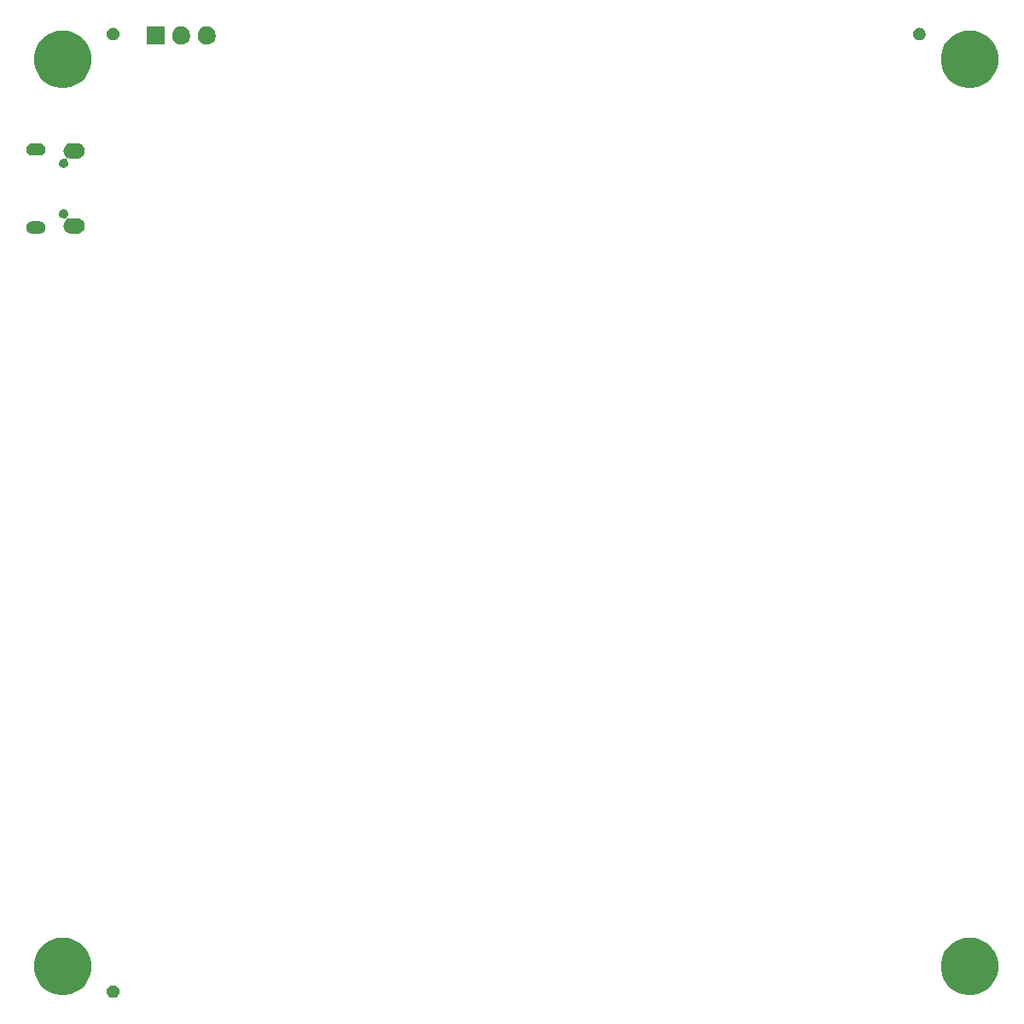
<source format=gbr>
G04 #@! TF.GenerationSoftware,KiCad,Pcbnew,5.1.5+dfsg1-2build2*
G04 #@! TF.CreationDate,2021-01-24T21:22:00+01:00*
G04 #@! TF.ProjectId,Logic_panel_v1_1,4c6f6769-635f-4706-916e-656c5f76315f,rev?*
G04 #@! TF.SameCoordinates,Original*
G04 #@! TF.FileFunction,Soldermask,Bot*
G04 #@! TF.FilePolarity,Negative*
%FSLAX46Y46*%
G04 Gerber Fmt 4.6, Leading zero omitted, Abs format (unit mm)*
G04 Created by KiCad (PCBNEW 5.1.5+dfsg1-2build2) date 2021-01-24 21:22:00*
%MOMM*%
%LPD*%
G04 APERTURE LIST*
%ADD10C,0.350000*%
G04 APERTURE END LIST*
D10*
G36*
X60121322Y-146886049D02*
G01*
X60181889Y-146898096D01*
X60238942Y-146921728D01*
X60295997Y-146945361D01*
X60398687Y-147013976D01*
X60486025Y-147101314D01*
X60554640Y-147204004D01*
X60601905Y-147318113D01*
X60626000Y-147439246D01*
X60626000Y-147562756D01*
X60601905Y-147683889D01*
X60554640Y-147797998D01*
X60486025Y-147900688D01*
X60398687Y-147988026D01*
X60295997Y-148056641D01*
X60238942Y-148080274D01*
X60181889Y-148103906D01*
X60121322Y-148115953D01*
X60060755Y-148128001D01*
X59937245Y-148128001D01*
X59876678Y-148115953D01*
X59816111Y-148103906D01*
X59759058Y-148080274D01*
X59702003Y-148056641D01*
X59599313Y-147988026D01*
X59511975Y-147900688D01*
X59443360Y-147797998D01*
X59396095Y-147683889D01*
X59372000Y-147562756D01*
X59372000Y-147439246D01*
X59396095Y-147318113D01*
X59443360Y-147204004D01*
X59511975Y-147101314D01*
X59599313Y-147013976D01*
X59702003Y-146945361D01*
X59759058Y-146921728D01*
X59816111Y-146898096D01*
X59876678Y-146886049D01*
X59937245Y-146874001D01*
X60060755Y-146874001D01*
X60121322Y-146886049D01*
G37*
G36*
X145556203Y-142203782D02*
G01*
X145831607Y-142258563D01*
X146350456Y-142473477D01*
X146817408Y-142785485D01*
X147214517Y-143182594D01*
X147526525Y-143649546D01*
X147741439Y-144168395D01*
X147851001Y-144719202D01*
X147851001Y-145280800D01*
X147741439Y-145831607D01*
X147526525Y-146350456D01*
X147214517Y-146817408D01*
X146817408Y-147214517D01*
X146350456Y-147526525D01*
X145831607Y-147741439D01*
X145556203Y-147796220D01*
X145280801Y-147851001D01*
X144719201Y-147851001D01*
X144443799Y-147796220D01*
X144168395Y-147741439D01*
X143649546Y-147526525D01*
X143182594Y-147214517D01*
X142785485Y-146817408D01*
X142473477Y-146350456D01*
X142258563Y-145831607D01*
X142149001Y-145280800D01*
X142149001Y-144719202D01*
X142258563Y-144168395D01*
X142473477Y-143649546D01*
X142785485Y-143182594D01*
X143182594Y-142785485D01*
X143649546Y-142473477D01*
X144168395Y-142258563D01*
X144443799Y-142203782D01*
X144719201Y-142149001D01*
X145280801Y-142149001D01*
X145556203Y-142203782D01*
G37*
G36*
X55556203Y-142203782D02*
G01*
X55831607Y-142258563D01*
X56350456Y-142473477D01*
X56817408Y-142785485D01*
X57214517Y-143182594D01*
X57526525Y-143649546D01*
X57741439Y-144168395D01*
X57851001Y-144719202D01*
X57851001Y-145280800D01*
X57741439Y-145831607D01*
X57526525Y-146350456D01*
X57214517Y-146817408D01*
X56817408Y-147214517D01*
X56350456Y-147526525D01*
X55831607Y-147741439D01*
X55556203Y-147796220D01*
X55280801Y-147851001D01*
X54719201Y-147851001D01*
X54443799Y-147796220D01*
X54168395Y-147741439D01*
X53649546Y-147526525D01*
X53182594Y-147214517D01*
X52785485Y-146817408D01*
X52473477Y-146350456D01*
X52258563Y-145831607D01*
X52149001Y-145280800D01*
X52149001Y-144719202D01*
X52258563Y-144168395D01*
X52473477Y-143649546D01*
X52785485Y-143182594D01*
X53182594Y-142785485D01*
X53649546Y-142473477D01*
X54168395Y-142258563D01*
X54443799Y-142203782D01*
X54719201Y-142149001D01*
X55280801Y-142149001D01*
X55556203Y-142203782D01*
G37*
G36*
X55221553Y-69886332D02*
G01*
X55303628Y-69920329D01*
X55303630Y-69920330D01*
X55340814Y-69945176D01*
X55377496Y-69969686D01*
X55440316Y-70032506D01*
X55489673Y-70106374D01*
X55523670Y-70188449D01*
X55541001Y-70275580D01*
X55541001Y-70364422D01*
X55523670Y-70451553D01*
X55489673Y-70533628D01*
X55440316Y-70607496D01*
X55424763Y-70623049D01*
X55409218Y-70641991D01*
X55397667Y-70663602D01*
X55390554Y-70687051D01*
X55388152Y-70711437D01*
X55390554Y-70735823D01*
X55397667Y-70759272D01*
X55409218Y-70780883D01*
X55424763Y-70799825D01*
X55443705Y-70815370D01*
X55465316Y-70826921D01*
X55488765Y-70834034D01*
X55513151Y-70836436D01*
X55537537Y-70834034D01*
X55560986Y-70826921D01*
X55564615Y-70825205D01*
X55566601Y-70824603D01*
X55566602Y-70824602D01*
X55610902Y-70811164D01*
X55712880Y-70780229D01*
X55826883Y-70769001D01*
X56453119Y-70769001D01*
X56567122Y-70780229D01*
X56713403Y-70824603D01*
X56848205Y-70896656D01*
X56848208Y-70896658D01*
X56848209Y-70896659D01*
X56933569Y-70966713D01*
X56966370Y-70993632D01*
X57063346Y-71111797D01*
X57135399Y-71246599D01*
X57179773Y-71392880D01*
X57194755Y-71545001D01*
X57179773Y-71697122D01*
X57135399Y-71843403D01*
X57063346Y-71978205D01*
X57063344Y-71978208D01*
X57063343Y-71978209D01*
X56966370Y-72096370D01*
X56848205Y-72193346D01*
X56713403Y-72265399D01*
X56567122Y-72309773D01*
X56453119Y-72321001D01*
X55826883Y-72321001D01*
X55712880Y-72309773D01*
X55566599Y-72265399D01*
X55431797Y-72193346D01*
X55313632Y-72096370D01*
X55216659Y-71978209D01*
X55216658Y-71978208D01*
X55216656Y-71978205D01*
X55144603Y-71843403D01*
X55100229Y-71697122D01*
X55085247Y-71545001D01*
X55100229Y-71392880D01*
X55144603Y-71246599D01*
X55216656Y-71111797D01*
X55313634Y-70993629D01*
X55346431Y-70966713D01*
X55363758Y-70949386D01*
X55377371Y-70929012D01*
X55386749Y-70906373D01*
X55391529Y-70882340D01*
X55391529Y-70857836D01*
X55386749Y-70833802D01*
X55377371Y-70811164D01*
X55363757Y-70790789D01*
X55346430Y-70773462D01*
X55326056Y-70759849D01*
X55303417Y-70750471D01*
X55279384Y-70745691D01*
X55254880Y-70745691D01*
X55230846Y-70750471D01*
X55222352Y-70753511D01*
X55134422Y-70771001D01*
X55045580Y-70771001D01*
X54958449Y-70753670D01*
X54876374Y-70719673D01*
X54876373Y-70719673D01*
X54876372Y-70719672D01*
X54802505Y-70670315D01*
X54739687Y-70607497D01*
X54690330Y-70533630D01*
X54690329Y-70533628D01*
X54656332Y-70451553D01*
X54639001Y-70364422D01*
X54639001Y-70275580D01*
X54656332Y-70188449D01*
X54690329Y-70106374D01*
X54739686Y-70032506D01*
X54802506Y-69969686D01*
X54839188Y-69945176D01*
X54876372Y-69920330D01*
X54876374Y-69920329D01*
X54958449Y-69886332D01*
X55045580Y-69869001D01*
X55134422Y-69869001D01*
X55221553Y-69886332D01*
G37*
G36*
X52787716Y-71078059D02*
G01*
X52883754Y-71107192D01*
X52898936Y-71111797D01*
X52905723Y-71113856D01*
X53014469Y-71171982D01*
X53109791Y-71250211D01*
X53188020Y-71345533D01*
X53246146Y-71454279D01*
X53281943Y-71572286D01*
X53294029Y-71695001D01*
X53281943Y-71817716D01*
X53246146Y-71935723D01*
X53188020Y-72044469D01*
X53109791Y-72139791D01*
X53014469Y-72218020D01*
X52905723Y-72276146D01*
X52787716Y-72311943D01*
X52695747Y-72321001D01*
X51984255Y-72321001D01*
X51892286Y-72311943D01*
X51774279Y-72276146D01*
X51665533Y-72218020D01*
X51570211Y-72139791D01*
X51491982Y-72044469D01*
X51433856Y-71935723D01*
X51398059Y-71817716D01*
X51385973Y-71695001D01*
X51398059Y-71572286D01*
X51433856Y-71454279D01*
X51491982Y-71345533D01*
X51570211Y-71250211D01*
X51665533Y-71171982D01*
X51774279Y-71113856D01*
X51781067Y-71111797D01*
X51796248Y-71107192D01*
X51892286Y-71078059D01*
X51984255Y-71069001D01*
X52695747Y-71069001D01*
X52787716Y-71078059D01*
G37*
G36*
X56567122Y-63330229D02*
G01*
X56713403Y-63374603D01*
X56848205Y-63446656D01*
X56848208Y-63446658D01*
X56848209Y-63446659D01*
X56966370Y-63543632D01*
X57008964Y-63595532D01*
X57063346Y-63661797D01*
X57135399Y-63796599D01*
X57179773Y-63942880D01*
X57194755Y-64095001D01*
X57179773Y-64247122D01*
X57135399Y-64393403D01*
X57063346Y-64528205D01*
X57063344Y-64528208D01*
X57063343Y-64528209D01*
X56966370Y-64646370D01*
X56874117Y-64722081D01*
X56848205Y-64743346D01*
X56713403Y-64815399D01*
X56567122Y-64859773D01*
X56453119Y-64871001D01*
X55826883Y-64871001D01*
X55712880Y-64859773D01*
X55560665Y-64813599D01*
X55549440Y-64808949D01*
X55525406Y-64804168D01*
X55500902Y-64804168D01*
X55476869Y-64808947D01*
X55454230Y-64818324D01*
X55433855Y-64831937D01*
X55416528Y-64849264D01*
X55402913Y-64869638D01*
X55393535Y-64892276D01*
X55388754Y-64916310D01*
X55388754Y-64940814D01*
X55393533Y-64964847D01*
X55402910Y-64987486D01*
X55416523Y-65007861D01*
X55424763Y-65016953D01*
X55440316Y-65032506D01*
X55489673Y-65106374D01*
X55523670Y-65188449D01*
X55541001Y-65275580D01*
X55541001Y-65364422D01*
X55523670Y-65451553D01*
X55489673Y-65533628D01*
X55489672Y-65533630D01*
X55440315Y-65607497D01*
X55377497Y-65670315D01*
X55303630Y-65719672D01*
X55303629Y-65719673D01*
X55303628Y-65719673D01*
X55221553Y-65753670D01*
X55134422Y-65771001D01*
X55045580Y-65771001D01*
X54958449Y-65753670D01*
X54876374Y-65719673D01*
X54876373Y-65719673D01*
X54876372Y-65719672D01*
X54802505Y-65670315D01*
X54739687Y-65607497D01*
X54690330Y-65533630D01*
X54690329Y-65533628D01*
X54656332Y-65451553D01*
X54639001Y-65364422D01*
X54639001Y-65275580D01*
X54656332Y-65188449D01*
X54690329Y-65106374D01*
X54739686Y-65032506D01*
X54802506Y-64969686D01*
X54845716Y-64940814D01*
X54876372Y-64920330D01*
X54886077Y-64916310D01*
X54958449Y-64886332D01*
X55045580Y-64869001D01*
X55134422Y-64869001D01*
X55223947Y-64886808D01*
X55242744Y-64892511D01*
X55267130Y-64894913D01*
X55291516Y-64892512D01*
X55314965Y-64885399D01*
X55336576Y-64873848D01*
X55355518Y-64858303D01*
X55371064Y-64839362D01*
X55382615Y-64817751D01*
X55389729Y-64794302D01*
X55392131Y-64769916D01*
X55389730Y-64745530D01*
X55382617Y-64722081D01*
X55371066Y-64700470D01*
X55355521Y-64681528D01*
X55346431Y-64673289D01*
X55313634Y-64646373D01*
X55216656Y-64528205D01*
X55144603Y-64393403D01*
X55100229Y-64247122D01*
X55085247Y-64095001D01*
X55100229Y-63942880D01*
X55144603Y-63796599D01*
X55216656Y-63661797D01*
X55271039Y-63595532D01*
X55313632Y-63543632D01*
X55431793Y-63446659D01*
X55431794Y-63446658D01*
X55431797Y-63446656D01*
X55566599Y-63374603D01*
X55712880Y-63330229D01*
X55826883Y-63319001D01*
X56453119Y-63319001D01*
X56567122Y-63330229D01*
G37*
G36*
X52787716Y-63328059D02*
G01*
X52905723Y-63363856D01*
X53014469Y-63421982D01*
X53109791Y-63500211D01*
X53188020Y-63595533D01*
X53246146Y-63704279D01*
X53281943Y-63822286D01*
X53294029Y-63945001D01*
X53281943Y-64067716D01*
X53246146Y-64185723D01*
X53188020Y-64294469D01*
X53109791Y-64389791D01*
X53014469Y-64468020D01*
X52905723Y-64526146D01*
X52905720Y-64526147D01*
X52898922Y-64528209D01*
X52787716Y-64561943D01*
X52695747Y-64571001D01*
X51984255Y-64571001D01*
X51892286Y-64561943D01*
X51781080Y-64528209D01*
X51774282Y-64526147D01*
X51774279Y-64526146D01*
X51665533Y-64468020D01*
X51570211Y-64389791D01*
X51491982Y-64294469D01*
X51433856Y-64185723D01*
X51398059Y-64067716D01*
X51385973Y-63945001D01*
X51398059Y-63822286D01*
X51433856Y-63704279D01*
X51491982Y-63595533D01*
X51570211Y-63500211D01*
X51665533Y-63421982D01*
X51774279Y-63363856D01*
X51892286Y-63328059D01*
X51984255Y-63319001D01*
X52695747Y-63319001D01*
X52787716Y-63328059D01*
G37*
G36*
X55547260Y-52202003D02*
G01*
X55831607Y-52258563D01*
X56350456Y-52473477D01*
X56662364Y-52681888D01*
X56817407Y-52785484D01*
X57214518Y-53182595D01*
X57235739Y-53214355D01*
X57526525Y-53649546D01*
X57741439Y-54168395D01*
X57851001Y-54719202D01*
X57851001Y-55280800D01*
X57741439Y-55831607D01*
X57526525Y-56350456D01*
X57214517Y-56817408D01*
X56817408Y-57214517D01*
X56350456Y-57526525D01*
X55831607Y-57741439D01*
X55556203Y-57796220D01*
X55280801Y-57851001D01*
X54719201Y-57851001D01*
X54443799Y-57796220D01*
X54168395Y-57741439D01*
X53649546Y-57526525D01*
X53182594Y-57214517D01*
X52785485Y-56817408D01*
X52473477Y-56350456D01*
X52258563Y-55831607D01*
X52149001Y-55280800D01*
X52149001Y-54719202D01*
X52258563Y-54168395D01*
X52473477Y-53649546D01*
X52764263Y-53214355D01*
X52785484Y-53182595D01*
X53182595Y-52785484D01*
X53337638Y-52681888D01*
X53649546Y-52473477D01*
X54168395Y-52258563D01*
X54452742Y-52202003D01*
X54719201Y-52149001D01*
X55280801Y-52149001D01*
X55547260Y-52202003D01*
G37*
G36*
X145547260Y-52202003D02*
G01*
X145831607Y-52258563D01*
X146350456Y-52473477D01*
X146662364Y-52681888D01*
X146817407Y-52785484D01*
X147214518Y-53182595D01*
X147235739Y-53214355D01*
X147526525Y-53649546D01*
X147741439Y-54168395D01*
X147851001Y-54719202D01*
X147851001Y-55280800D01*
X147741439Y-55831607D01*
X147526525Y-56350456D01*
X147214517Y-56817408D01*
X146817408Y-57214517D01*
X146350456Y-57526525D01*
X145831607Y-57741439D01*
X145556203Y-57796220D01*
X145280801Y-57851001D01*
X144719201Y-57851001D01*
X144443799Y-57796220D01*
X144168395Y-57741439D01*
X143649546Y-57526525D01*
X143182594Y-57214517D01*
X142785485Y-56817408D01*
X142473477Y-56350456D01*
X142258563Y-55831607D01*
X142149001Y-55280800D01*
X142149001Y-54719202D01*
X142258563Y-54168395D01*
X142473477Y-53649546D01*
X142764263Y-53214355D01*
X142785484Y-53182595D01*
X143182595Y-52785484D01*
X143337638Y-52681888D01*
X143649546Y-52473477D01*
X144168395Y-52258563D01*
X144452742Y-52202003D01*
X144719201Y-52149001D01*
X145280801Y-52149001D01*
X145547260Y-52202003D01*
G37*
G36*
X65121001Y-53541001D02*
G01*
X63319001Y-53541001D01*
X63319001Y-51739001D01*
X65121001Y-51739001D01*
X65121001Y-53541001D01*
G37*
G36*
X66873513Y-51743928D02*
G01*
X67022813Y-51773625D01*
X67186785Y-51841545D01*
X67334355Y-51940148D01*
X67459854Y-52065647D01*
X67558457Y-52213217D01*
X67626377Y-52377189D01*
X67661001Y-52551260D01*
X67661001Y-52728742D01*
X67626377Y-52902813D01*
X67558457Y-53066785D01*
X67459854Y-53214355D01*
X67334355Y-53339854D01*
X67186785Y-53438457D01*
X67022813Y-53506377D01*
X66873513Y-53536074D01*
X66848743Y-53541001D01*
X66671259Y-53541001D01*
X66646489Y-53536074D01*
X66497189Y-53506377D01*
X66333217Y-53438457D01*
X66185647Y-53339854D01*
X66060148Y-53214355D01*
X65961545Y-53066785D01*
X65893625Y-52902813D01*
X65859001Y-52728742D01*
X65859001Y-52551260D01*
X65893625Y-52377189D01*
X65961545Y-52213217D01*
X66060148Y-52065647D01*
X66185647Y-51940148D01*
X66333217Y-51841545D01*
X66497189Y-51773625D01*
X66646489Y-51743928D01*
X66671259Y-51739001D01*
X66848743Y-51739001D01*
X66873513Y-51743928D01*
G37*
G36*
X69413513Y-51743928D02*
G01*
X69562813Y-51773625D01*
X69726785Y-51841545D01*
X69874355Y-51940148D01*
X69999854Y-52065647D01*
X70098457Y-52213217D01*
X70166377Y-52377189D01*
X70201001Y-52551260D01*
X70201001Y-52728742D01*
X70166377Y-52902813D01*
X70098457Y-53066785D01*
X69999854Y-53214355D01*
X69874355Y-53339854D01*
X69726785Y-53438457D01*
X69562813Y-53506377D01*
X69413513Y-53536074D01*
X69388743Y-53541001D01*
X69211259Y-53541001D01*
X69186489Y-53536074D01*
X69037189Y-53506377D01*
X68873217Y-53438457D01*
X68725647Y-53339854D01*
X68600148Y-53214355D01*
X68501545Y-53066785D01*
X68433625Y-52902813D01*
X68399001Y-52728742D01*
X68399001Y-52551260D01*
X68433625Y-52377189D01*
X68501545Y-52213217D01*
X68600148Y-52065647D01*
X68725647Y-51940148D01*
X68873217Y-51841545D01*
X69037189Y-51773625D01*
X69186489Y-51743928D01*
X69211259Y-51739001D01*
X69388743Y-51739001D01*
X69413513Y-51743928D01*
G37*
G36*
X60121322Y-51884048D02*
G01*
X60181889Y-51896095D01*
X60238942Y-51919727D01*
X60295997Y-51943360D01*
X60398687Y-52011975D01*
X60486025Y-52099313D01*
X60554640Y-52202003D01*
X60601905Y-52316112D01*
X60626000Y-52437245D01*
X60626000Y-52560755D01*
X60601905Y-52681888D01*
X60554640Y-52795997D01*
X60486025Y-52898687D01*
X60398687Y-52986025D01*
X60295997Y-53054640D01*
X60266676Y-53066785D01*
X60181889Y-53101905D01*
X60121321Y-53113953D01*
X60060755Y-53126000D01*
X59937245Y-53126000D01*
X59876679Y-53113953D01*
X59816111Y-53101905D01*
X59731324Y-53066785D01*
X59702003Y-53054640D01*
X59599313Y-52986025D01*
X59511975Y-52898687D01*
X59443360Y-52795997D01*
X59396095Y-52681888D01*
X59372000Y-52560755D01*
X59372000Y-52437245D01*
X59396095Y-52316112D01*
X59443360Y-52202003D01*
X59511975Y-52099313D01*
X59599313Y-52011975D01*
X59702003Y-51943360D01*
X59759058Y-51919727D01*
X59816111Y-51896095D01*
X59876678Y-51884048D01*
X59937245Y-51872000D01*
X60060755Y-51872000D01*
X60121322Y-51884048D01*
G37*
G36*
X140123323Y-51884048D02*
G01*
X140183890Y-51896095D01*
X140240943Y-51919727D01*
X140297998Y-51943360D01*
X140400688Y-52011975D01*
X140488026Y-52099313D01*
X140556641Y-52202003D01*
X140603906Y-52316112D01*
X140628001Y-52437245D01*
X140628001Y-52560755D01*
X140603906Y-52681888D01*
X140556641Y-52795997D01*
X140488026Y-52898687D01*
X140400688Y-52986025D01*
X140297998Y-53054640D01*
X140268677Y-53066785D01*
X140183890Y-53101905D01*
X140123322Y-53113953D01*
X140062756Y-53126000D01*
X139939246Y-53126000D01*
X139878680Y-53113953D01*
X139818112Y-53101905D01*
X139733325Y-53066785D01*
X139704004Y-53054640D01*
X139601314Y-52986025D01*
X139513976Y-52898687D01*
X139445361Y-52795997D01*
X139398096Y-52681888D01*
X139374001Y-52560755D01*
X139374001Y-52437245D01*
X139398096Y-52316112D01*
X139445361Y-52202003D01*
X139513976Y-52099313D01*
X139601314Y-52011975D01*
X139704004Y-51943360D01*
X139761059Y-51919727D01*
X139818112Y-51896095D01*
X139878679Y-51884048D01*
X139939246Y-51872000D01*
X140062756Y-51872000D01*
X140123323Y-51884048D01*
G37*
M02*

</source>
